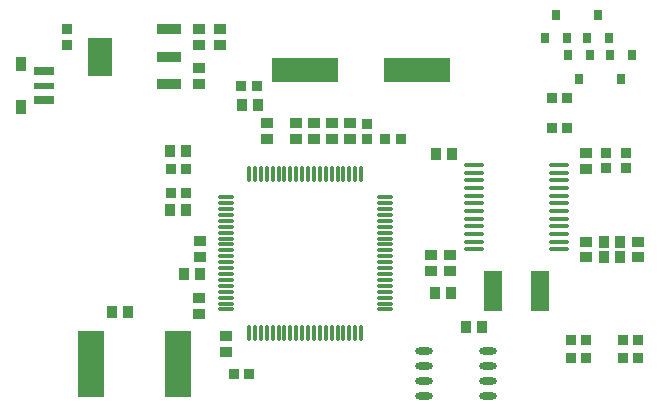
<source format=gtp>
G04*
G04 #@! TF.GenerationSoftware,Altium Limited,Altium Designer,19.1.5 (86)*
G04*
G04 Layer_Color=8421504*
%FSAX24Y24*%
%MOIN*%
G70*
G01*
G75*
%ADD15R,0.0709X0.0295*%
%ADD16R,0.0709X0.0236*%
%ADD17R,0.0354X0.0512*%
%ADD18R,0.0354X0.0394*%
%ADD19O,0.0591X0.0236*%
%ADD20R,0.0906X0.2205*%
%ADD21O,0.0650X0.0157*%
%ADD22R,0.0335X0.0374*%
%ADD23R,0.0394X0.0354*%
%ADD24R,0.0630X0.1378*%
%ADD25R,0.2205X0.0827*%
%ADD26O,0.0571X0.0118*%
%ADD27O,0.0118X0.0571*%
%ADD28R,0.0846X0.0374*%
%ADD29R,0.0846X0.1280*%
%ADD30R,0.0374X0.0335*%
%ADD31R,0.0315X0.0354*%
D15*
X011378Y022218D02*
D03*
Y021254D02*
D03*
D16*
Y021736D02*
D03*
D17*
X010610Y022465D02*
D03*
Y021008D02*
D03*
D18*
X014167Y014173D02*
D03*
X013636D02*
D03*
X025433Y013694D02*
D03*
X025965D02*
D03*
X030581Y016004D02*
D03*
X030049D02*
D03*
X030581Y016535D02*
D03*
X030049D02*
D03*
X024990Y019449D02*
D03*
X024459D02*
D03*
X016122Y019550D02*
D03*
X015591D02*
D03*
X024931Y014832D02*
D03*
X024400D02*
D03*
X016566Y015450D02*
D03*
X016034D02*
D03*
X018500Y021092D02*
D03*
X017969D02*
D03*
X015591Y017600D02*
D03*
X016122D02*
D03*
D19*
X026181Y011396D02*
D03*
Y011896D02*
D03*
Y012396D02*
D03*
Y012896D02*
D03*
X024055Y011396D02*
D03*
Y011896D02*
D03*
Y012396D02*
D03*
Y012896D02*
D03*
D20*
X012943Y012450D02*
D03*
X015857D02*
D03*
D21*
X025699Y019085D02*
D03*
Y018829D02*
D03*
Y018573D02*
D03*
Y018317D02*
D03*
Y018061D02*
D03*
Y017805D02*
D03*
Y017549D02*
D03*
Y017293D02*
D03*
Y017037D02*
D03*
Y016781D02*
D03*
Y016526D02*
D03*
Y016270D02*
D03*
X028553Y019085D02*
D03*
Y018829D02*
D03*
Y018573D02*
D03*
Y018317D02*
D03*
Y018061D02*
D03*
Y017805D02*
D03*
Y017549D02*
D03*
Y017293D02*
D03*
Y017037D02*
D03*
Y016781D02*
D03*
Y016526D02*
D03*
Y016270D02*
D03*
D22*
X017953Y021736D02*
D03*
X018465D02*
D03*
X029438Y012657D02*
D03*
X028926D02*
D03*
X029438Y013248D02*
D03*
X028926D02*
D03*
X028294Y020327D02*
D03*
X028806D02*
D03*
X030669Y012657D02*
D03*
X031181D02*
D03*
X028294Y021327D02*
D03*
X028806D02*
D03*
X030669Y013248D02*
D03*
X031181D02*
D03*
X023268Y019944D02*
D03*
X022756D02*
D03*
X015601Y018169D02*
D03*
X016113D02*
D03*
X015601Y018950D02*
D03*
X016113D02*
D03*
X018209Y012106D02*
D03*
X017697D02*
D03*
D23*
X031181Y016535D02*
D03*
Y016004D02*
D03*
X016550Y014134D02*
D03*
Y014666D02*
D03*
X016568Y016565D02*
D03*
Y016033D02*
D03*
X021565Y020482D02*
D03*
Y019951D02*
D03*
X020965Y020482D02*
D03*
Y019951D02*
D03*
X017431Y012852D02*
D03*
Y013384D02*
D03*
X020374Y020491D02*
D03*
Y019960D02*
D03*
X018799Y020487D02*
D03*
Y019956D02*
D03*
X019783Y020482D02*
D03*
Y019950D02*
D03*
X029429Y016004D02*
D03*
Y016535D02*
D03*
Y018967D02*
D03*
Y019499D02*
D03*
X024272Y015541D02*
D03*
Y016073D02*
D03*
X024921Y015541D02*
D03*
Y016073D02*
D03*
X016550Y023084D02*
D03*
Y023616D02*
D03*
X017250Y023084D02*
D03*
Y023616D02*
D03*
X016550Y022316D02*
D03*
Y021784D02*
D03*
D24*
X026358Y014882D02*
D03*
X027894D02*
D03*
D25*
X023819Y022269D02*
D03*
X020079D02*
D03*
D26*
X017431Y018012D02*
D03*
Y017815D02*
D03*
Y017618D02*
D03*
Y017421D02*
D03*
Y017224D02*
D03*
Y017028D02*
D03*
Y016831D02*
D03*
Y016634D02*
D03*
Y016437D02*
D03*
Y016240D02*
D03*
Y016043D02*
D03*
Y015846D02*
D03*
Y015650D02*
D03*
Y015453D02*
D03*
Y015256D02*
D03*
Y015059D02*
D03*
Y014862D02*
D03*
Y014665D02*
D03*
Y014468D02*
D03*
Y014272D02*
D03*
X022726D02*
D03*
Y014468D02*
D03*
Y014665D02*
D03*
Y014862D02*
D03*
Y015059D02*
D03*
Y015256D02*
D03*
Y015453D02*
D03*
Y015650D02*
D03*
Y015846D02*
D03*
Y016043D02*
D03*
Y016240D02*
D03*
Y016437D02*
D03*
Y016634D02*
D03*
Y016831D02*
D03*
Y017028D02*
D03*
Y017224D02*
D03*
Y017421D02*
D03*
Y017618D02*
D03*
Y017815D02*
D03*
Y018012D02*
D03*
D27*
X018209Y013494D02*
D03*
X018406D02*
D03*
X018602D02*
D03*
X018799D02*
D03*
X018996D02*
D03*
X019193D02*
D03*
X019390D02*
D03*
X019587D02*
D03*
X019783D02*
D03*
X019980D02*
D03*
X020177D02*
D03*
X020374D02*
D03*
X020571D02*
D03*
X020768D02*
D03*
X020965D02*
D03*
X021161D02*
D03*
X021358D02*
D03*
X021555D02*
D03*
X021752D02*
D03*
X021949D02*
D03*
Y018789D02*
D03*
X021752D02*
D03*
X021555D02*
D03*
X021358D02*
D03*
X021161D02*
D03*
X020965D02*
D03*
X020768D02*
D03*
X020571D02*
D03*
X020374D02*
D03*
X020177D02*
D03*
X019980D02*
D03*
X019783D02*
D03*
X019587D02*
D03*
X019390D02*
D03*
X019193D02*
D03*
X018996D02*
D03*
X018799D02*
D03*
X018602D02*
D03*
X018406D02*
D03*
X018209D02*
D03*
D28*
X015542Y021794D02*
D03*
Y022700D02*
D03*
Y023606D02*
D03*
D29*
X013258Y022700D02*
D03*
D30*
X030118Y018977D02*
D03*
Y019489D02*
D03*
X030787Y018977D02*
D03*
Y019489D02*
D03*
X022150Y020456D02*
D03*
Y019944D02*
D03*
X012150Y023094D02*
D03*
Y023606D02*
D03*
D31*
X029580Y022744D02*
D03*
X028832D02*
D03*
X029206Y021956D02*
D03*
X030974Y022744D02*
D03*
X030226D02*
D03*
X030600Y021956D02*
D03*
X028076Y023306D02*
D03*
X028824D02*
D03*
X028450Y024094D02*
D03*
X029476Y023306D02*
D03*
X030224D02*
D03*
X029850Y024094D02*
D03*
M02*

</source>
